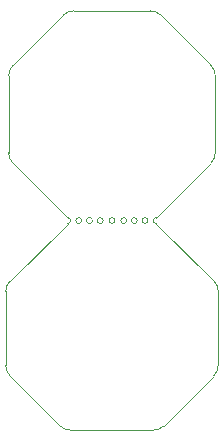
<source format=gm1>
G04 #@! TF.GenerationSoftware,KiCad,Pcbnew,8.0.9-8.0.9-0~ubuntu20.04.1*
G04 #@! TF.CreationDate,2025-06-13T22:30:39+01:00*
G04 #@! TF.ProjectId,ch32-breakout,63683332-2d62-4726-9561-6b6f75742e6b,rev?*
G04 #@! TF.SameCoordinates,Original*
G04 #@! TF.FileFunction,Profile,NP*
%FSLAX46Y46*%
G04 Gerber Fmt 4.6, Leading zero omitted, Abs format (unit mm)*
G04 Created by KiCad (PCBNEW 8.0.9-8.0.9-0~ubuntu20.04.1) date 2025-06-13 22:30:39*
%MOMM*%
%LPD*%
G01*
G04 APERTURE LIST*
G04 #@! TA.AperFunction,Profile*
%ADD10C,0.050000*%
G04 #@! TD*
G04 APERTURE END LIST*
D10*
X97750002Y-66249998D02*
X97750000Y-72750000D01*
X93133883Y-61116117D02*
X97383885Y-65366115D01*
X98000002Y-90750000D02*
X98000002Y-84499998D01*
X97750002Y-72750002D02*
G75*
G02*
X97383885Y-73633885I-1250002J2D01*
G01*
X97633885Y-83616115D02*
G75*
G02*
X98000002Y-84499998I-883885J-883885D01*
G01*
X97633885Y-91633883D02*
X93383885Y-95883885D01*
X88250000Y-78500000D02*
G75*
G02*
X87750000Y-78500000I-250000J0D01*
G01*
X87750000Y-78500000D02*
G75*
G02*
X88250000Y-78500000I250000J0D01*
G01*
X84616117Y-95883883D02*
X80366115Y-91633885D01*
X84866115Y-61116115D02*
G75*
G02*
X85749998Y-60749998I883885J-883885D01*
G01*
X80250000Y-66250000D02*
G75*
G02*
X80616117Y-65366117I1250000J0D01*
G01*
X80616117Y-65366117D02*
X84866115Y-61116115D01*
X85250000Y-78250000D02*
G75*
G02*
X85250000Y-78750000I0J-250000D01*
G01*
X92750000Y-78750000D02*
G75*
G02*
X92750000Y-78250000I0J250000D01*
G01*
X80249998Y-72750002D02*
X80250000Y-66250000D01*
X80366115Y-91633885D02*
G75*
G02*
X79999998Y-90750002I883885J883885D01*
G01*
X97383885Y-65366115D02*
G75*
G02*
X97750002Y-66249998I-883885J-883885D01*
G01*
X80616115Y-73633885D02*
G75*
G02*
X80249998Y-72750002I883885J883885D01*
G01*
X92050000Y-78500000D02*
G75*
G02*
X91550000Y-78500000I-250000J0D01*
G01*
X91550000Y-78500000D02*
G75*
G02*
X92050000Y-78500000I250000J0D01*
G01*
X80366115Y-83616115D02*
X85250000Y-78750000D01*
X87350000Y-78500000D02*
G75*
G02*
X86850000Y-78500000I-250000J0D01*
G01*
X86850000Y-78500000D02*
G75*
G02*
X87350000Y-78500000I250000J0D01*
G01*
X85500000Y-96250000D02*
X92500002Y-96250002D01*
X91150000Y-78500000D02*
G75*
G02*
X90650000Y-78500000I-250000J0D01*
G01*
X90650000Y-78500000D02*
G75*
G02*
X91150000Y-78500000I250000J0D01*
G01*
X79999998Y-84499998D02*
X79999998Y-90750002D01*
X79999998Y-84499998D02*
G75*
G02*
X80366115Y-83616115I1250002J-2D01*
G01*
X85749998Y-60749998D02*
X92250000Y-60750000D01*
X97383885Y-73633885D02*
X92750000Y-78250000D01*
X92250000Y-60750000D02*
G75*
G02*
X93133883Y-61116117I0J-1250000D01*
G01*
X85250000Y-78250000D02*
X80616115Y-73633885D01*
X90250000Y-78500000D02*
G75*
G02*
X89750000Y-78500000I-250000J0D01*
G01*
X89750000Y-78500000D02*
G75*
G02*
X90250000Y-78500000I250000J0D01*
G01*
X93383885Y-95883885D02*
G75*
G02*
X92500002Y-96250002I-883885J883885D01*
G01*
X98000002Y-90750000D02*
G75*
G02*
X97633886Y-91633884I-1250002J0D01*
G01*
X97633885Y-83616115D02*
X92750000Y-78750000D01*
X89250000Y-78500000D02*
G75*
G02*
X88750000Y-78500000I-250000J0D01*
G01*
X88750000Y-78500000D02*
G75*
G02*
X89250000Y-78500000I250000J0D01*
G01*
X86450000Y-78500000D02*
G75*
G02*
X85950000Y-78500000I-250000J0D01*
G01*
X85950000Y-78500000D02*
G75*
G02*
X86450000Y-78500000I250000J0D01*
G01*
X85500000Y-96250000D02*
G75*
G02*
X84616117Y-95883883I0J1250000D01*
G01*
M02*

</source>
